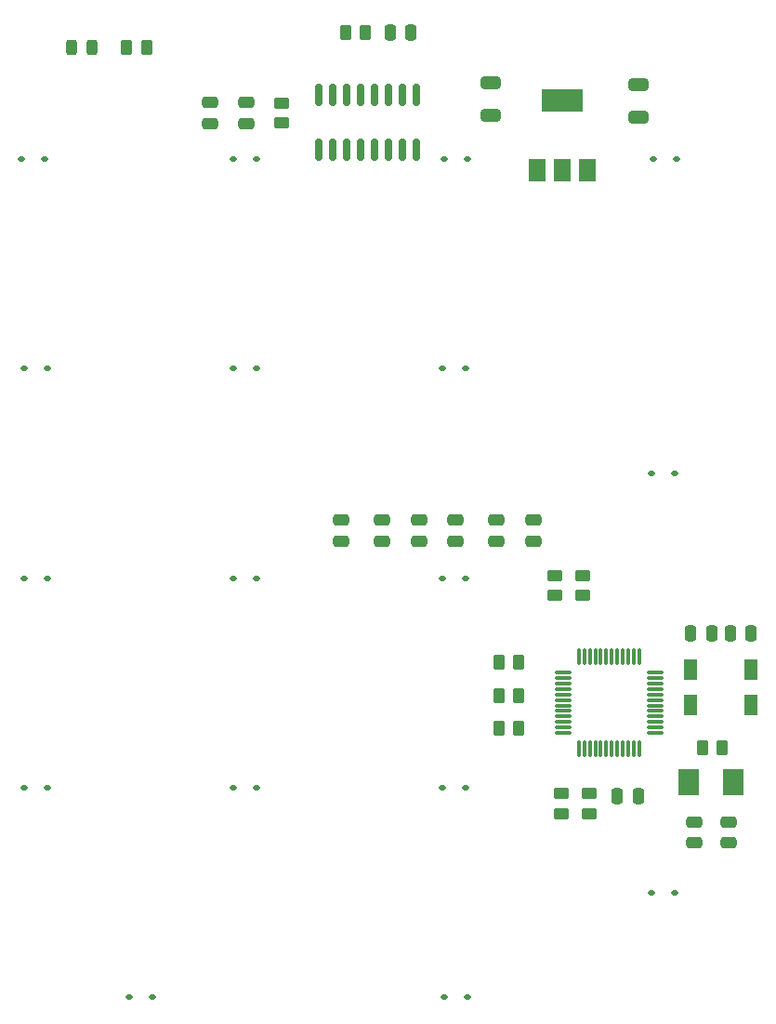
<source format=gbp>
G04 #@! TF.GenerationSoftware,KiCad,Pcbnew,7.0.5-7.0.5~ubuntu22.04.1*
G04 #@! TF.CreationDate,2023-07-02T16:03:02+02:00*
G04 #@! TF.ProjectId,keyboard,6b657962-6f61-4726-942e-6b696361645f,v1.0*
G04 #@! TF.SameCoordinates,Original*
G04 #@! TF.FileFunction,Paste,Bot*
G04 #@! TF.FilePolarity,Positive*
%FSLAX46Y46*%
G04 Gerber Fmt 4.6, Leading zero omitted, Abs format (unit mm)*
G04 Created by KiCad (PCBNEW 7.0.5-7.0.5~ubuntu22.04.1) date 2023-07-02 16:03:02*
%MOMM*%
%LPD*%
G01*
G04 APERTURE LIST*
G04 Aperture macros list*
%AMRoundRect*
0 Rectangle with rounded corners*
0 $1 Rounding radius*
0 $2 $3 $4 $5 $6 $7 $8 $9 X,Y pos of 4 corners*
0 Add a 4 corners polygon primitive as box body*
4,1,4,$2,$3,$4,$5,$6,$7,$8,$9,$2,$3,0*
0 Add four circle primitives for the rounded corners*
1,1,$1+$1,$2,$3*
1,1,$1+$1,$4,$5*
1,1,$1+$1,$6,$7*
1,1,$1+$1,$8,$9*
0 Add four rect primitives between the rounded corners*
20,1,$1+$1,$2,$3,$4,$5,0*
20,1,$1+$1,$4,$5,$6,$7,0*
20,1,$1+$1,$6,$7,$8,$9,0*
20,1,$1+$1,$8,$9,$2,$3,0*%
G04 Aperture macros list end*
%ADD10R,1.300000X1.900000*%
%ADD11RoundRect,0.112500X-0.187500X-0.112500X0.187500X-0.112500X0.187500X0.112500X-0.187500X0.112500X0*%
%ADD12RoundRect,0.250000X0.262500X0.450000X-0.262500X0.450000X-0.262500X-0.450000X0.262500X-0.450000X0*%
%ADD13RoundRect,0.250000X-0.475000X0.250000X-0.475000X-0.250000X0.475000X-0.250000X0.475000X0.250000X0*%
%ADD14RoundRect,0.250000X0.475000X-0.250000X0.475000X0.250000X-0.475000X0.250000X-0.475000X-0.250000X0*%
%ADD15RoundRect,0.075000X0.662500X0.075000X-0.662500X0.075000X-0.662500X-0.075000X0.662500X-0.075000X0*%
%ADD16RoundRect,0.075000X0.075000X0.662500X-0.075000X0.662500X-0.075000X-0.662500X0.075000X-0.662500X0*%
%ADD17RoundRect,0.250000X0.650000X-0.325000X0.650000X0.325000X-0.650000X0.325000X-0.650000X-0.325000X0*%
%ADD18R,1.500000X2.000000*%
%ADD19R,3.800000X2.000000*%
%ADD20RoundRect,0.250000X0.450000X-0.262500X0.450000X0.262500X-0.450000X0.262500X-0.450000X-0.262500X0*%
%ADD21RoundRect,0.250000X-0.262500X-0.450000X0.262500X-0.450000X0.262500X0.450000X-0.262500X0.450000X0*%
%ADD22RoundRect,0.150000X0.150000X-0.850000X0.150000X0.850000X-0.150000X0.850000X-0.150000X-0.850000X0*%
%ADD23RoundRect,0.250000X0.250000X0.475000X-0.250000X0.475000X-0.250000X-0.475000X0.250000X-0.475000X0*%
%ADD24RoundRect,0.250000X-0.450000X0.262500X-0.450000X-0.262500X0.450000X-0.262500X0.450000X0.262500X0*%
%ADD25RoundRect,0.243750X-0.243750X-0.456250X0.243750X-0.456250X0.243750X0.456250X-0.243750X0.456250X0*%
%ADD26RoundRect,0.250000X-0.250000X-0.475000X0.250000X-0.475000X0.250000X0.475000X-0.250000X0.475000X0*%
%ADD27R,1.900000X2.400000*%
G04 APERTURE END LIST*
D10*
X182543000Y-103683000D03*
X188043000Y-103683000D03*
X188043000Y-106883000D03*
X182543000Y-106883000D03*
D11*
X140936000Y-57200800D03*
X143036000Y-57200800D03*
D12*
X185467000Y-110744000D03*
X183642000Y-110744000D03*
D13*
X142087600Y-52050000D03*
X142087600Y-53950000D03*
D11*
X140936000Y-76250800D03*
X143036000Y-76250800D03*
X121632000Y-57200800D03*
X123732000Y-57200800D03*
X121886000Y-114427000D03*
X123986000Y-114427000D03*
D14*
X182880000Y-119441000D03*
X182880000Y-117541000D03*
D11*
X121886000Y-95377000D03*
X123986000Y-95377000D03*
D15*
X179295500Y-103930000D03*
X179295500Y-104430000D03*
X179295500Y-104930000D03*
X179295500Y-105430000D03*
X179295500Y-105930000D03*
X179295500Y-106430000D03*
X179295500Y-106930000D03*
X179295500Y-107430000D03*
X179295500Y-107930000D03*
X179295500Y-108430000D03*
X179295500Y-108930000D03*
X179295500Y-109430000D03*
D16*
X177883000Y-110842500D03*
X177383000Y-110842500D03*
X176883000Y-110842500D03*
X176383000Y-110842500D03*
X175883000Y-110842500D03*
X175383000Y-110842500D03*
X174883000Y-110842500D03*
X174383000Y-110842500D03*
X173883000Y-110842500D03*
X173383000Y-110842500D03*
X172883000Y-110842500D03*
X172383000Y-110842500D03*
D15*
X170970500Y-109430000D03*
X170970500Y-108930000D03*
X170970500Y-108430000D03*
X170970500Y-107930000D03*
X170970500Y-107430000D03*
X170970500Y-106930000D03*
X170970500Y-106430000D03*
X170970500Y-105930000D03*
X170970500Y-105430000D03*
X170970500Y-104930000D03*
X170970500Y-104430000D03*
X170970500Y-103930000D03*
D16*
X172383000Y-102517500D03*
X172883000Y-102517500D03*
X173383000Y-102517500D03*
X173883000Y-102517500D03*
X174383000Y-102517500D03*
X174883000Y-102517500D03*
X175383000Y-102517500D03*
X175883000Y-102517500D03*
X176383000Y-102517500D03*
X176883000Y-102517500D03*
X177383000Y-102517500D03*
X177883000Y-102517500D03*
D17*
X177800000Y-53340000D03*
X177800000Y-50390000D03*
X164363278Y-53174275D03*
X164363278Y-50224275D03*
D18*
X173191200Y-58166400D03*
X170891200Y-58166400D03*
D19*
X170891200Y-51866400D03*
D18*
X168591200Y-58166400D03*
D20*
X172770800Y-96912500D03*
X172770800Y-95087500D03*
D13*
X168275000Y-90050000D03*
X168275000Y-91950000D03*
D21*
X165087500Y-109000000D03*
X166912500Y-109000000D03*
D22*
X157607000Y-56348000D03*
X156337000Y-56348000D03*
X155067000Y-56348000D03*
X153797000Y-56348000D03*
X152527000Y-56348000D03*
X151257000Y-56348000D03*
X149987000Y-56348000D03*
X148717000Y-56348000D03*
X148717000Y-51348000D03*
X149987000Y-51348000D03*
X151257000Y-51348000D03*
X152527000Y-51348000D03*
X153797000Y-51348000D03*
X155067000Y-51348000D03*
X156337000Y-51348000D03*
X157607000Y-51348000D03*
D23*
X184465000Y-100330000D03*
X182565000Y-100330000D03*
D11*
X121886000Y-76250800D03*
X123986000Y-76250800D03*
D24*
X145338800Y-52087500D03*
X145338800Y-53912500D03*
D11*
X179036000Y-85801200D03*
X181136000Y-85801200D03*
X140936000Y-95377000D03*
X143036000Y-95377000D03*
D14*
X186055000Y-119441000D03*
X186055000Y-117541000D03*
D24*
X170815000Y-114935000D03*
X170815000Y-116760000D03*
D25*
X126125000Y-47000000D03*
X128000000Y-47000000D03*
D11*
X179163000Y-57200800D03*
X181263000Y-57200800D03*
D26*
X175900000Y-115189000D03*
X177800000Y-115189000D03*
D13*
X161163000Y-90050000D03*
X161163000Y-91950000D03*
X138781100Y-52050000D03*
X138781100Y-53950000D03*
D24*
X173355000Y-114935000D03*
X173355000Y-116760000D03*
D11*
X140936000Y-114427000D03*
X143036000Y-114427000D03*
D12*
X166912500Y-103000000D03*
X165087500Y-103000000D03*
D11*
X131411000Y-133477000D03*
X133511000Y-133477000D03*
D12*
X152958800Y-45669200D03*
X151133800Y-45669200D03*
D11*
X159986000Y-76250800D03*
X162086000Y-76250800D03*
D13*
X164846000Y-90050000D03*
X164846000Y-91950000D03*
D11*
X159986000Y-114427000D03*
X162086000Y-114427000D03*
D27*
X186454000Y-113919000D03*
X182354000Y-113919000D03*
D12*
X166912500Y-106000000D03*
X165087500Y-106000000D03*
D21*
X131175000Y-47000000D03*
X133000000Y-47000000D03*
D11*
X160113000Y-133477000D03*
X162213000Y-133477000D03*
X179036000Y-123952000D03*
X181136000Y-123952000D03*
D23*
X157066755Y-45670538D03*
X155166755Y-45670538D03*
D13*
X157861000Y-90050000D03*
X157861000Y-91950000D03*
D11*
X159986000Y-95377000D03*
X162086000Y-95377000D03*
D13*
X150749000Y-90050000D03*
X150749000Y-91950000D03*
D20*
X170180000Y-96912500D03*
X170180000Y-95087500D03*
D11*
X160113000Y-57200800D03*
X162213000Y-57200800D03*
D13*
X154432000Y-90050000D03*
X154432000Y-91950000D03*
D26*
X186161600Y-100330000D03*
X188061600Y-100330000D03*
M02*

</source>
